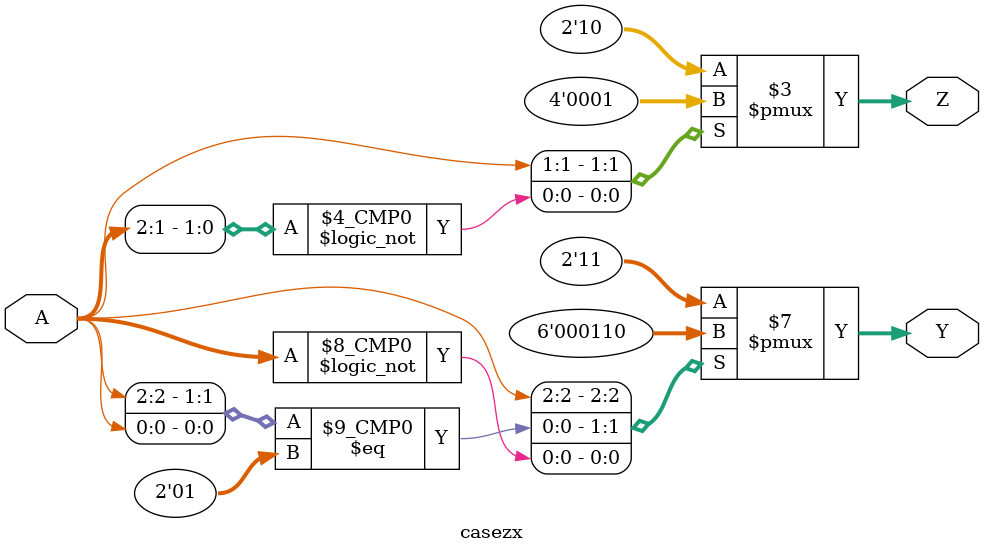
<source format=v>

module casezx(A, Y, Z);
input  [2:0] A;   	// A ¤T¦ì¤¸¿é¤J
output [1:0] Y, Z;	// Y ©M Z ¤G¦ì¤¸¿é¥X
reg    [1:0] Y, Z;	// «Å§i Y ©M Z ¬°¼È¦s¾¹¸ê®Æ

always@ (A)
  begin
// ¨Ï¥Î casez ±Ô­z 
    casez (A)
      3'b1??  : Y = 0;  // ³Ì°ªÀu¥ýÅv¡A100¡B101¡B110¡B111
      3'b0z1  : Y = 1;  // ²Ä¤GÀu¥ýÅv¡A001¡B011
      3'b000  : Y = 2;  // ²Ä¤TÀu¥ýÅv¡A000
      default : Y = 3;  // ³Ì§CÀu¥ýÅv¡A010
    endcase

// ¨Ï¥Î casex ±Ô­z 
    casex (A)
      3'bx1x  : Z = 0;  // ³Ì°ªÀu¥ýÅv¡A010¡B011¡B110¡B111
      3'b00?  : Z = 1;  // ²Ä¤GÀu¥ýÅv¡A000¡B001
      default : Z = 2;  // ³Ì§CÀu¥ýÅv¡A100¡B101
    endcase
  end

endmodule


</source>
